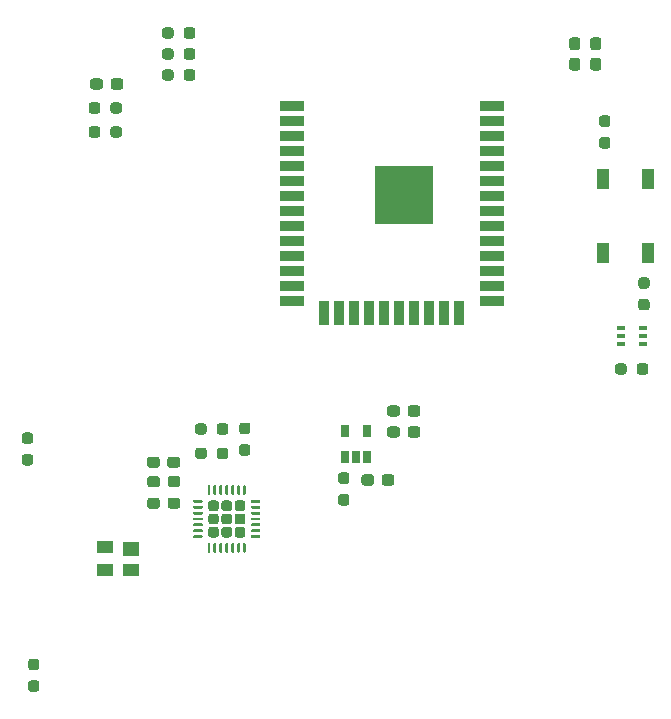
<source format=gbr>
G04 #@! TF.GenerationSoftware,KiCad,Pcbnew,(5.1.9-0-10_14)*
G04 #@! TF.CreationDate,2021-03-12T15:28:23+00:00*
G04 #@! TF.ProjectId,mqttDisplay,6d717474-4469-4737-906c-61792e6b6963,rev?*
G04 #@! TF.SameCoordinates,Original*
G04 #@! TF.FileFunction,Paste,Bot*
G04 #@! TF.FilePolarity,Positive*
%FSLAX46Y46*%
G04 Gerber Fmt 4.6, Leading zero omitted, Abs format (unit mm)*
G04 Created by KiCad (PCBNEW (5.1.9-0-10_14)) date 2021-03-12 15:28:23*
%MOMM*%
%LPD*%
G01*
G04 APERTURE LIST*
%ADD10R,0.650000X1.060000*%
%ADD11R,2.000000X0.900000*%
%ADD12R,0.900000X2.000000*%
%ADD13R,5.000000X5.000000*%
%ADD14R,1.000000X1.700000*%
%ADD15R,0.650000X0.400000*%
%ADD16R,1.400000X1.000000*%
%ADD17R,1.400000X1.200000*%
G04 APERTURE END LIST*
G36*
G01*
X75128000Y-85128500D02*
X75128000Y-85003500D01*
G75*
G02*
X75190500Y-84941000I62500J0D01*
G01*
X75865500Y-84941000D01*
G75*
G02*
X75928000Y-85003500I0J-62500D01*
G01*
X75928000Y-85128500D01*
G75*
G02*
X75865500Y-85191000I-62500J0D01*
G01*
X75190500Y-85191000D01*
G75*
G02*
X75128000Y-85128500I0J62500D01*
G01*
G37*
G36*
G01*
X75128000Y-84628500D02*
X75128000Y-84503500D01*
G75*
G02*
X75190500Y-84441000I62500J0D01*
G01*
X75865500Y-84441000D01*
G75*
G02*
X75928000Y-84503500I0J-62500D01*
G01*
X75928000Y-84628500D01*
G75*
G02*
X75865500Y-84691000I-62500J0D01*
G01*
X75190500Y-84691000D01*
G75*
G02*
X75128000Y-84628500I0J62500D01*
G01*
G37*
G36*
G01*
X75128000Y-84128500D02*
X75128000Y-84003500D01*
G75*
G02*
X75190500Y-83941000I62500J0D01*
G01*
X75865500Y-83941000D01*
G75*
G02*
X75928000Y-84003500I0J-62500D01*
G01*
X75928000Y-84128500D01*
G75*
G02*
X75865500Y-84191000I-62500J0D01*
G01*
X75190500Y-84191000D01*
G75*
G02*
X75128000Y-84128500I0J62500D01*
G01*
G37*
G36*
G01*
X75128000Y-83628500D02*
X75128000Y-83503500D01*
G75*
G02*
X75190500Y-83441000I62500J0D01*
G01*
X75865500Y-83441000D01*
G75*
G02*
X75928000Y-83503500I0J-62500D01*
G01*
X75928000Y-83628500D01*
G75*
G02*
X75865500Y-83691000I-62500J0D01*
G01*
X75190500Y-83691000D01*
G75*
G02*
X75128000Y-83628500I0J62500D01*
G01*
G37*
G36*
G01*
X75128000Y-83128500D02*
X75128000Y-83003500D01*
G75*
G02*
X75190500Y-82941000I62500J0D01*
G01*
X75865500Y-82941000D01*
G75*
G02*
X75928000Y-83003500I0J-62500D01*
G01*
X75928000Y-83128500D01*
G75*
G02*
X75865500Y-83191000I-62500J0D01*
G01*
X75190500Y-83191000D01*
G75*
G02*
X75128000Y-83128500I0J62500D01*
G01*
G37*
G36*
G01*
X75128000Y-82628500D02*
X75128000Y-82503500D01*
G75*
G02*
X75190500Y-82441000I62500J0D01*
G01*
X75865500Y-82441000D01*
G75*
G02*
X75928000Y-82503500I0J-62500D01*
G01*
X75928000Y-82628500D01*
G75*
G02*
X75865500Y-82691000I-62500J0D01*
G01*
X75190500Y-82691000D01*
G75*
G02*
X75128000Y-82628500I0J62500D01*
G01*
G37*
G36*
G01*
X75128000Y-82128500D02*
X75128000Y-82003500D01*
G75*
G02*
X75190500Y-81941000I62500J0D01*
G01*
X75865500Y-81941000D01*
G75*
G02*
X75928000Y-82003500I0J-62500D01*
G01*
X75928000Y-82128500D01*
G75*
G02*
X75865500Y-82191000I-62500J0D01*
G01*
X75190500Y-82191000D01*
G75*
G02*
X75128000Y-82128500I0J62500D01*
G01*
G37*
G36*
G01*
X76353000Y-81453500D02*
X76353000Y-80778500D01*
G75*
G02*
X76415500Y-80716000I62500J0D01*
G01*
X76540500Y-80716000D01*
G75*
G02*
X76603000Y-80778500I0J-62500D01*
G01*
X76603000Y-81453500D01*
G75*
G02*
X76540500Y-81516000I-62500J0D01*
G01*
X76415500Y-81516000D01*
G75*
G02*
X76353000Y-81453500I0J62500D01*
G01*
G37*
G36*
G01*
X76853000Y-81453500D02*
X76853000Y-80778500D01*
G75*
G02*
X76915500Y-80716000I62500J0D01*
G01*
X77040500Y-80716000D01*
G75*
G02*
X77103000Y-80778500I0J-62500D01*
G01*
X77103000Y-81453500D01*
G75*
G02*
X77040500Y-81516000I-62500J0D01*
G01*
X76915500Y-81516000D01*
G75*
G02*
X76853000Y-81453500I0J62500D01*
G01*
G37*
G36*
G01*
X77353000Y-81453500D02*
X77353000Y-80778500D01*
G75*
G02*
X77415500Y-80716000I62500J0D01*
G01*
X77540500Y-80716000D01*
G75*
G02*
X77603000Y-80778500I0J-62500D01*
G01*
X77603000Y-81453500D01*
G75*
G02*
X77540500Y-81516000I-62500J0D01*
G01*
X77415500Y-81516000D01*
G75*
G02*
X77353000Y-81453500I0J62500D01*
G01*
G37*
G36*
G01*
X77853000Y-81453500D02*
X77853000Y-80778500D01*
G75*
G02*
X77915500Y-80716000I62500J0D01*
G01*
X78040500Y-80716000D01*
G75*
G02*
X78103000Y-80778500I0J-62500D01*
G01*
X78103000Y-81453500D01*
G75*
G02*
X78040500Y-81516000I-62500J0D01*
G01*
X77915500Y-81516000D01*
G75*
G02*
X77853000Y-81453500I0J62500D01*
G01*
G37*
G36*
G01*
X78353000Y-81453500D02*
X78353000Y-80778500D01*
G75*
G02*
X78415500Y-80716000I62500J0D01*
G01*
X78540500Y-80716000D01*
G75*
G02*
X78603000Y-80778500I0J-62500D01*
G01*
X78603000Y-81453500D01*
G75*
G02*
X78540500Y-81516000I-62500J0D01*
G01*
X78415500Y-81516000D01*
G75*
G02*
X78353000Y-81453500I0J62500D01*
G01*
G37*
G36*
G01*
X78853000Y-81453500D02*
X78853000Y-80778500D01*
G75*
G02*
X78915500Y-80716000I62500J0D01*
G01*
X79040500Y-80716000D01*
G75*
G02*
X79103000Y-80778500I0J-62500D01*
G01*
X79103000Y-81453500D01*
G75*
G02*
X79040500Y-81516000I-62500J0D01*
G01*
X78915500Y-81516000D01*
G75*
G02*
X78853000Y-81453500I0J62500D01*
G01*
G37*
G36*
G01*
X79353000Y-81453500D02*
X79353000Y-80778500D01*
G75*
G02*
X79415500Y-80716000I62500J0D01*
G01*
X79540500Y-80716000D01*
G75*
G02*
X79603000Y-80778500I0J-62500D01*
G01*
X79603000Y-81453500D01*
G75*
G02*
X79540500Y-81516000I-62500J0D01*
G01*
X79415500Y-81516000D01*
G75*
G02*
X79353000Y-81453500I0J62500D01*
G01*
G37*
G36*
G01*
X80028000Y-82128500D02*
X80028000Y-82003500D01*
G75*
G02*
X80090500Y-81941000I62500J0D01*
G01*
X80765500Y-81941000D01*
G75*
G02*
X80828000Y-82003500I0J-62500D01*
G01*
X80828000Y-82128500D01*
G75*
G02*
X80765500Y-82191000I-62500J0D01*
G01*
X80090500Y-82191000D01*
G75*
G02*
X80028000Y-82128500I0J62500D01*
G01*
G37*
G36*
G01*
X80028000Y-82628500D02*
X80028000Y-82503500D01*
G75*
G02*
X80090500Y-82441000I62500J0D01*
G01*
X80765500Y-82441000D01*
G75*
G02*
X80828000Y-82503500I0J-62500D01*
G01*
X80828000Y-82628500D01*
G75*
G02*
X80765500Y-82691000I-62500J0D01*
G01*
X80090500Y-82691000D01*
G75*
G02*
X80028000Y-82628500I0J62500D01*
G01*
G37*
G36*
G01*
X80028000Y-83128500D02*
X80028000Y-83003500D01*
G75*
G02*
X80090500Y-82941000I62500J0D01*
G01*
X80765500Y-82941000D01*
G75*
G02*
X80828000Y-83003500I0J-62500D01*
G01*
X80828000Y-83128500D01*
G75*
G02*
X80765500Y-83191000I-62500J0D01*
G01*
X80090500Y-83191000D01*
G75*
G02*
X80028000Y-83128500I0J62500D01*
G01*
G37*
G36*
G01*
X80028000Y-83628500D02*
X80028000Y-83503500D01*
G75*
G02*
X80090500Y-83441000I62500J0D01*
G01*
X80765500Y-83441000D01*
G75*
G02*
X80828000Y-83503500I0J-62500D01*
G01*
X80828000Y-83628500D01*
G75*
G02*
X80765500Y-83691000I-62500J0D01*
G01*
X80090500Y-83691000D01*
G75*
G02*
X80028000Y-83628500I0J62500D01*
G01*
G37*
G36*
G01*
X80028000Y-84128500D02*
X80028000Y-84003500D01*
G75*
G02*
X80090500Y-83941000I62500J0D01*
G01*
X80765500Y-83941000D01*
G75*
G02*
X80828000Y-84003500I0J-62500D01*
G01*
X80828000Y-84128500D01*
G75*
G02*
X80765500Y-84191000I-62500J0D01*
G01*
X80090500Y-84191000D01*
G75*
G02*
X80028000Y-84128500I0J62500D01*
G01*
G37*
G36*
G01*
X80028000Y-84628500D02*
X80028000Y-84503500D01*
G75*
G02*
X80090500Y-84441000I62500J0D01*
G01*
X80765500Y-84441000D01*
G75*
G02*
X80828000Y-84503500I0J-62500D01*
G01*
X80828000Y-84628500D01*
G75*
G02*
X80765500Y-84691000I-62500J0D01*
G01*
X80090500Y-84691000D01*
G75*
G02*
X80028000Y-84628500I0J62500D01*
G01*
G37*
G36*
G01*
X80028000Y-85128500D02*
X80028000Y-85003500D01*
G75*
G02*
X80090500Y-84941000I62500J0D01*
G01*
X80765500Y-84941000D01*
G75*
G02*
X80828000Y-85003500I0J-62500D01*
G01*
X80828000Y-85128500D01*
G75*
G02*
X80765500Y-85191000I-62500J0D01*
G01*
X80090500Y-85191000D01*
G75*
G02*
X80028000Y-85128500I0J62500D01*
G01*
G37*
G36*
G01*
X79353000Y-86353500D02*
X79353000Y-85678500D01*
G75*
G02*
X79415500Y-85616000I62500J0D01*
G01*
X79540500Y-85616000D01*
G75*
G02*
X79603000Y-85678500I0J-62500D01*
G01*
X79603000Y-86353500D01*
G75*
G02*
X79540500Y-86416000I-62500J0D01*
G01*
X79415500Y-86416000D01*
G75*
G02*
X79353000Y-86353500I0J62500D01*
G01*
G37*
G36*
G01*
X78853000Y-86353500D02*
X78853000Y-85678500D01*
G75*
G02*
X78915500Y-85616000I62500J0D01*
G01*
X79040500Y-85616000D01*
G75*
G02*
X79103000Y-85678500I0J-62500D01*
G01*
X79103000Y-86353500D01*
G75*
G02*
X79040500Y-86416000I-62500J0D01*
G01*
X78915500Y-86416000D01*
G75*
G02*
X78853000Y-86353500I0J62500D01*
G01*
G37*
G36*
G01*
X78353000Y-86353500D02*
X78353000Y-85678500D01*
G75*
G02*
X78415500Y-85616000I62500J0D01*
G01*
X78540500Y-85616000D01*
G75*
G02*
X78603000Y-85678500I0J-62500D01*
G01*
X78603000Y-86353500D01*
G75*
G02*
X78540500Y-86416000I-62500J0D01*
G01*
X78415500Y-86416000D01*
G75*
G02*
X78353000Y-86353500I0J62500D01*
G01*
G37*
G36*
G01*
X77853000Y-86353500D02*
X77853000Y-85678500D01*
G75*
G02*
X77915500Y-85616000I62500J0D01*
G01*
X78040500Y-85616000D01*
G75*
G02*
X78103000Y-85678500I0J-62500D01*
G01*
X78103000Y-86353500D01*
G75*
G02*
X78040500Y-86416000I-62500J0D01*
G01*
X77915500Y-86416000D01*
G75*
G02*
X77853000Y-86353500I0J62500D01*
G01*
G37*
G36*
G01*
X77353000Y-86353500D02*
X77353000Y-85678500D01*
G75*
G02*
X77415500Y-85616000I62500J0D01*
G01*
X77540500Y-85616000D01*
G75*
G02*
X77603000Y-85678500I0J-62500D01*
G01*
X77603000Y-86353500D01*
G75*
G02*
X77540500Y-86416000I-62500J0D01*
G01*
X77415500Y-86416000D01*
G75*
G02*
X77353000Y-86353500I0J62500D01*
G01*
G37*
G36*
G01*
X76853000Y-86353500D02*
X76853000Y-85678500D01*
G75*
G02*
X76915500Y-85616000I62500J0D01*
G01*
X77040500Y-85616000D01*
G75*
G02*
X77103000Y-85678500I0J-62500D01*
G01*
X77103000Y-86353500D01*
G75*
G02*
X77040500Y-86416000I-62500J0D01*
G01*
X76915500Y-86416000D01*
G75*
G02*
X76853000Y-86353500I0J62500D01*
G01*
G37*
G36*
G01*
X76353000Y-86353500D02*
X76353000Y-85678500D01*
G75*
G02*
X76415500Y-85616000I62500J0D01*
G01*
X76540500Y-85616000D01*
G75*
G02*
X76603000Y-85678500I0J-62500D01*
G01*
X76603000Y-86353500D01*
G75*
G02*
X76540500Y-86416000I-62500J0D01*
G01*
X76415500Y-86416000D01*
G75*
G02*
X76353000Y-86353500I0J62500D01*
G01*
G37*
G36*
G01*
X76408000Y-84911000D02*
X76408000Y-84461000D01*
G75*
G02*
X76633000Y-84236000I225000J0D01*
G01*
X77083000Y-84236000D01*
G75*
G02*
X77308000Y-84461000I0J-225000D01*
G01*
X77308000Y-84911000D01*
G75*
G02*
X77083000Y-85136000I-225000J0D01*
G01*
X76633000Y-85136000D01*
G75*
G02*
X76408000Y-84911000I0J225000D01*
G01*
G37*
G36*
G01*
X76408000Y-83791000D02*
X76408000Y-83341000D01*
G75*
G02*
X76633000Y-83116000I225000J0D01*
G01*
X77083000Y-83116000D01*
G75*
G02*
X77308000Y-83341000I0J-225000D01*
G01*
X77308000Y-83791000D01*
G75*
G02*
X77083000Y-84016000I-225000J0D01*
G01*
X76633000Y-84016000D01*
G75*
G02*
X76408000Y-83791000I0J225000D01*
G01*
G37*
G36*
G01*
X76408000Y-82671000D02*
X76408000Y-82221000D01*
G75*
G02*
X76633000Y-81996000I225000J0D01*
G01*
X77083000Y-81996000D01*
G75*
G02*
X77308000Y-82221000I0J-225000D01*
G01*
X77308000Y-82671000D01*
G75*
G02*
X77083000Y-82896000I-225000J0D01*
G01*
X76633000Y-82896000D01*
G75*
G02*
X76408000Y-82671000I0J225000D01*
G01*
G37*
G36*
G01*
X77528000Y-84911000D02*
X77528000Y-84461000D01*
G75*
G02*
X77753000Y-84236000I225000J0D01*
G01*
X78203000Y-84236000D01*
G75*
G02*
X78428000Y-84461000I0J-225000D01*
G01*
X78428000Y-84911000D01*
G75*
G02*
X78203000Y-85136000I-225000J0D01*
G01*
X77753000Y-85136000D01*
G75*
G02*
X77528000Y-84911000I0J225000D01*
G01*
G37*
G36*
G01*
X77528000Y-83791000D02*
X77528000Y-83341000D01*
G75*
G02*
X77753000Y-83116000I225000J0D01*
G01*
X78203000Y-83116000D01*
G75*
G02*
X78428000Y-83341000I0J-225000D01*
G01*
X78428000Y-83791000D01*
G75*
G02*
X78203000Y-84016000I-225000J0D01*
G01*
X77753000Y-84016000D01*
G75*
G02*
X77528000Y-83791000I0J225000D01*
G01*
G37*
G36*
G01*
X77528000Y-82671000D02*
X77528000Y-82221000D01*
G75*
G02*
X77753000Y-81996000I225000J0D01*
G01*
X78203000Y-81996000D01*
G75*
G02*
X78428000Y-82221000I0J-225000D01*
G01*
X78428000Y-82671000D01*
G75*
G02*
X78203000Y-82896000I-225000J0D01*
G01*
X77753000Y-82896000D01*
G75*
G02*
X77528000Y-82671000I0J225000D01*
G01*
G37*
G36*
G01*
X78648000Y-84911000D02*
X78648000Y-84461000D01*
G75*
G02*
X78873000Y-84236000I225000J0D01*
G01*
X79323000Y-84236000D01*
G75*
G02*
X79548000Y-84461000I0J-225000D01*
G01*
X79548000Y-84911000D01*
G75*
G02*
X79323000Y-85136000I-225000J0D01*
G01*
X78873000Y-85136000D01*
G75*
G02*
X78648000Y-84911000I0J225000D01*
G01*
G37*
G36*
G01*
X78648000Y-83791000D02*
X78648000Y-83341000D01*
G75*
G02*
X78873000Y-83116000I225000J0D01*
G01*
X79323000Y-83116000D01*
G75*
G02*
X79548000Y-83341000I0J-225000D01*
G01*
X79548000Y-83791000D01*
G75*
G02*
X79323000Y-84016000I-225000J0D01*
G01*
X78873000Y-84016000D01*
G75*
G02*
X78648000Y-83791000I0J225000D01*
G01*
G37*
G36*
G01*
X78648000Y-82671000D02*
X78648000Y-82221000D01*
G75*
G02*
X78873000Y-81996000I225000J0D01*
G01*
X79323000Y-81996000D01*
G75*
G02*
X79548000Y-82221000I0J-225000D01*
G01*
X79548000Y-82671000D01*
G75*
G02*
X79323000Y-82896000I-225000J0D01*
G01*
X78873000Y-82896000D01*
G75*
G02*
X78648000Y-82671000I0J225000D01*
G01*
G37*
D10*
X89850000Y-76116000D03*
X87950000Y-76116000D03*
X87950000Y-78316000D03*
X88900000Y-78316000D03*
X89850000Y-78316000D03*
D11*
X83464000Y-48634000D03*
X83464000Y-49904000D03*
X83464000Y-51174000D03*
X83464000Y-52444000D03*
X83464000Y-53714000D03*
X83464000Y-54984000D03*
X83464000Y-56254000D03*
X83464000Y-57524000D03*
X83464000Y-58794000D03*
X83464000Y-60064000D03*
X83464000Y-61334000D03*
X83464000Y-62604000D03*
X83464000Y-63874000D03*
X83464000Y-65144000D03*
D12*
X86249000Y-66144000D03*
X87519000Y-66144000D03*
X88789000Y-66144000D03*
X90059000Y-66144000D03*
X91329000Y-66144000D03*
X92599000Y-66144000D03*
X93869000Y-66144000D03*
X95139000Y-66144000D03*
X96409000Y-66144000D03*
X97679000Y-66144000D03*
D11*
X100464000Y-65144000D03*
X100464000Y-63874000D03*
X100464000Y-62604000D03*
X100464000Y-61334000D03*
X100464000Y-60064000D03*
X100464000Y-58794000D03*
X100464000Y-57524000D03*
X100464000Y-56254000D03*
X100464000Y-54984000D03*
X100464000Y-53714000D03*
X100464000Y-52444000D03*
X100464000Y-51174000D03*
X100464000Y-49904000D03*
X100464000Y-48634000D03*
D13*
X92964000Y-56134000D03*
D14*
X113660000Y-61062000D03*
X113660000Y-54762000D03*
X109860000Y-61062000D03*
X109860000Y-54762000D03*
G36*
G01*
X76285000Y-77772500D02*
X76285000Y-78247500D01*
G75*
G02*
X76047500Y-78485000I-237500J0D01*
G01*
X75547500Y-78485000D01*
G75*
G02*
X75310000Y-78247500I0J237500D01*
G01*
X75310000Y-77772500D01*
G75*
G02*
X75547500Y-77535000I237500J0D01*
G01*
X76047500Y-77535000D01*
G75*
G02*
X76285000Y-77772500I0J-237500D01*
G01*
G37*
G36*
G01*
X78110000Y-77772500D02*
X78110000Y-78247500D01*
G75*
G02*
X77872500Y-78485000I-237500J0D01*
G01*
X77372500Y-78485000D01*
G75*
G02*
X77135000Y-78247500I0J237500D01*
G01*
X77135000Y-77772500D01*
G75*
G02*
X77372500Y-77535000I237500J0D01*
G01*
X77872500Y-77535000D01*
G75*
G02*
X78110000Y-77772500I0J-237500D01*
G01*
G37*
G36*
G01*
X76283000Y-75708500D02*
X76283000Y-76183500D01*
G75*
G02*
X76045500Y-76421000I-237500J0D01*
G01*
X75545500Y-76421000D01*
G75*
G02*
X75308000Y-76183500I0J237500D01*
G01*
X75308000Y-75708500D01*
G75*
G02*
X75545500Y-75471000I237500J0D01*
G01*
X76045500Y-75471000D01*
G75*
G02*
X76283000Y-75708500I0J-237500D01*
G01*
G37*
G36*
G01*
X78108000Y-75708500D02*
X78108000Y-76183500D01*
G75*
G02*
X77870500Y-76421000I-237500J0D01*
G01*
X77370500Y-76421000D01*
G75*
G02*
X77133000Y-76183500I0J237500D01*
G01*
X77133000Y-75708500D01*
G75*
G02*
X77370500Y-75471000I237500J0D01*
G01*
X77870500Y-75471000D01*
G75*
G02*
X78108000Y-75708500I0J-237500D01*
G01*
G37*
G36*
G01*
X73489000Y-42180500D02*
X73489000Y-42655500D01*
G75*
G02*
X73251500Y-42893000I-237500J0D01*
G01*
X72751500Y-42893000D01*
G75*
G02*
X72514000Y-42655500I0J237500D01*
G01*
X72514000Y-42180500D01*
G75*
G02*
X72751500Y-41943000I237500J0D01*
G01*
X73251500Y-41943000D01*
G75*
G02*
X73489000Y-42180500I0J-237500D01*
G01*
G37*
G36*
G01*
X75314000Y-42180500D02*
X75314000Y-42655500D01*
G75*
G02*
X75076500Y-42893000I-237500J0D01*
G01*
X74576500Y-42893000D01*
G75*
G02*
X74339000Y-42655500I0J237500D01*
G01*
X74339000Y-42180500D01*
G75*
G02*
X74576500Y-41943000I237500J0D01*
G01*
X75076500Y-41943000D01*
G75*
G02*
X75314000Y-42180500I0J-237500D01*
G01*
G37*
G36*
G01*
X73489000Y-45736500D02*
X73489000Y-46211500D01*
G75*
G02*
X73251500Y-46449000I-237500J0D01*
G01*
X72751500Y-46449000D01*
G75*
G02*
X72514000Y-46211500I0J237500D01*
G01*
X72514000Y-45736500D01*
G75*
G02*
X72751500Y-45499000I237500J0D01*
G01*
X73251500Y-45499000D01*
G75*
G02*
X73489000Y-45736500I0J-237500D01*
G01*
G37*
G36*
G01*
X75314000Y-45736500D02*
X75314000Y-46211500D01*
G75*
G02*
X75076500Y-46449000I-237500J0D01*
G01*
X74576500Y-46449000D01*
G75*
G02*
X74339000Y-46211500I0J237500D01*
G01*
X74339000Y-45736500D01*
G75*
G02*
X74576500Y-45499000I237500J0D01*
G01*
X75076500Y-45499000D01*
G75*
G02*
X75314000Y-45736500I0J-237500D01*
G01*
G37*
G36*
G01*
X73489000Y-43958500D02*
X73489000Y-44433500D01*
G75*
G02*
X73251500Y-44671000I-237500J0D01*
G01*
X72751500Y-44671000D01*
G75*
G02*
X72514000Y-44433500I0J237500D01*
G01*
X72514000Y-43958500D01*
G75*
G02*
X72751500Y-43721000I237500J0D01*
G01*
X73251500Y-43721000D01*
G75*
G02*
X73489000Y-43958500I0J-237500D01*
G01*
G37*
G36*
G01*
X75314000Y-43958500D02*
X75314000Y-44433500D01*
G75*
G02*
X75076500Y-44671000I-237500J0D01*
G01*
X74576500Y-44671000D01*
G75*
G02*
X74339000Y-44433500I0J237500D01*
G01*
X74339000Y-43958500D01*
G75*
G02*
X74576500Y-43721000I237500J0D01*
G01*
X75076500Y-43721000D01*
G75*
G02*
X75314000Y-43958500I0J-237500D01*
G01*
G37*
G36*
G01*
X87646500Y-81451000D02*
X88121500Y-81451000D01*
G75*
G02*
X88359000Y-81688500I0J-237500D01*
G01*
X88359000Y-82188500D01*
G75*
G02*
X88121500Y-82426000I-237500J0D01*
G01*
X87646500Y-82426000D01*
G75*
G02*
X87409000Y-82188500I0J237500D01*
G01*
X87409000Y-81688500D01*
G75*
G02*
X87646500Y-81451000I237500J0D01*
G01*
G37*
G36*
G01*
X87646500Y-79626000D02*
X88121500Y-79626000D01*
G75*
G02*
X88359000Y-79863500I0J-237500D01*
G01*
X88359000Y-80363500D01*
G75*
G02*
X88121500Y-80601000I-237500J0D01*
G01*
X87646500Y-80601000D01*
G75*
G02*
X87409000Y-80363500I0J237500D01*
G01*
X87409000Y-79863500D01*
G75*
G02*
X87646500Y-79626000I237500J0D01*
G01*
G37*
G36*
G01*
X60872500Y-78065000D02*
X61347500Y-78065000D01*
G75*
G02*
X61585000Y-78302500I0J-237500D01*
G01*
X61585000Y-78802500D01*
G75*
G02*
X61347500Y-79040000I-237500J0D01*
G01*
X60872500Y-79040000D01*
G75*
G02*
X60635000Y-78802500I0J237500D01*
G01*
X60635000Y-78302500D01*
G75*
G02*
X60872500Y-78065000I237500J0D01*
G01*
G37*
G36*
G01*
X60872500Y-76240000D02*
X61347500Y-76240000D01*
G75*
G02*
X61585000Y-76477500I0J-237500D01*
G01*
X61585000Y-76977500D01*
G75*
G02*
X61347500Y-77215000I-237500J0D01*
G01*
X60872500Y-77215000D01*
G75*
G02*
X60635000Y-76977500I0J237500D01*
G01*
X60635000Y-76477500D01*
G75*
G02*
X60872500Y-76240000I237500J0D01*
G01*
G37*
G36*
G01*
X79264500Y-77236500D02*
X79739500Y-77236500D01*
G75*
G02*
X79977000Y-77474000I0J-237500D01*
G01*
X79977000Y-77974000D01*
G75*
G02*
X79739500Y-78211500I-237500J0D01*
G01*
X79264500Y-78211500D01*
G75*
G02*
X79027000Y-77974000I0J237500D01*
G01*
X79027000Y-77474000D01*
G75*
G02*
X79264500Y-77236500I237500J0D01*
G01*
G37*
G36*
G01*
X79264500Y-75411500D02*
X79739500Y-75411500D01*
G75*
G02*
X79977000Y-75649000I0J-237500D01*
G01*
X79977000Y-76149000D01*
G75*
G02*
X79739500Y-76386500I-237500J0D01*
G01*
X79264500Y-76386500D01*
G75*
G02*
X79027000Y-76149000I0J237500D01*
G01*
X79027000Y-75649000D01*
G75*
G02*
X79264500Y-75411500I237500J0D01*
G01*
G37*
G36*
G01*
X61877500Y-96375000D02*
X61402500Y-96375000D01*
G75*
G02*
X61165000Y-96137500I0J237500D01*
G01*
X61165000Y-95637500D01*
G75*
G02*
X61402500Y-95400000I237500J0D01*
G01*
X61877500Y-95400000D01*
G75*
G02*
X62115000Y-95637500I0J-237500D01*
G01*
X62115000Y-96137500D01*
G75*
G02*
X61877500Y-96375000I-237500J0D01*
G01*
G37*
G36*
G01*
X61877500Y-98200000D02*
X61402500Y-98200000D01*
G75*
G02*
X61165000Y-97962500I0J237500D01*
G01*
X61165000Y-97462500D01*
G75*
G02*
X61402500Y-97225000I237500J0D01*
G01*
X61877500Y-97225000D01*
G75*
G02*
X62115000Y-97462500I0J-237500D01*
G01*
X62115000Y-97962500D01*
G75*
G02*
X61877500Y-98200000I-237500J0D01*
G01*
G37*
G36*
G01*
X109744500Y-51225000D02*
X110219500Y-51225000D01*
G75*
G02*
X110457000Y-51462500I0J-237500D01*
G01*
X110457000Y-51962500D01*
G75*
G02*
X110219500Y-52200000I-237500J0D01*
G01*
X109744500Y-52200000D01*
G75*
G02*
X109507000Y-51962500I0J237500D01*
G01*
X109507000Y-51462500D01*
G75*
G02*
X109744500Y-51225000I237500J0D01*
G01*
G37*
G36*
G01*
X109744500Y-49400000D02*
X110219500Y-49400000D01*
G75*
G02*
X110457000Y-49637500I0J-237500D01*
G01*
X110457000Y-50137500D01*
G75*
G02*
X110219500Y-50375000I-237500J0D01*
G01*
X109744500Y-50375000D01*
G75*
G02*
X109507000Y-50137500I0J237500D01*
G01*
X109507000Y-49637500D01*
G75*
G02*
X109744500Y-49400000I237500J0D01*
G01*
G37*
G36*
G01*
X113062500Y-64925000D02*
X113537500Y-64925000D01*
G75*
G02*
X113775000Y-65162500I0J-237500D01*
G01*
X113775000Y-65662500D01*
G75*
G02*
X113537500Y-65900000I-237500J0D01*
G01*
X113062500Y-65900000D01*
G75*
G02*
X112825000Y-65662500I0J237500D01*
G01*
X112825000Y-65162500D01*
G75*
G02*
X113062500Y-64925000I237500J0D01*
G01*
G37*
G36*
G01*
X113062500Y-63100000D02*
X113537500Y-63100000D01*
G75*
G02*
X113775000Y-63337500I0J-237500D01*
G01*
X113775000Y-63837500D01*
G75*
G02*
X113537500Y-64075000I-237500J0D01*
G01*
X113062500Y-64075000D01*
G75*
G02*
X112825000Y-63837500I0J237500D01*
G01*
X112825000Y-63337500D01*
G75*
G02*
X113062500Y-63100000I237500J0D01*
G01*
G37*
G36*
G01*
X111843000Y-70628500D02*
X111843000Y-71103500D01*
G75*
G02*
X111605500Y-71341000I-237500J0D01*
G01*
X111105500Y-71341000D01*
G75*
G02*
X110868000Y-71103500I0J237500D01*
G01*
X110868000Y-70628500D01*
G75*
G02*
X111105500Y-70391000I237500J0D01*
G01*
X111605500Y-70391000D01*
G75*
G02*
X111843000Y-70628500I0J-237500D01*
G01*
G37*
G36*
G01*
X113668000Y-70628500D02*
X113668000Y-71103500D01*
G75*
G02*
X113430500Y-71341000I-237500J0D01*
G01*
X112930500Y-71341000D01*
G75*
G02*
X112693000Y-71103500I0J237500D01*
G01*
X112693000Y-70628500D01*
G75*
G02*
X112930500Y-70391000I237500J0D01*
G01*
X113430500Y-70391000D01*
G75*
G02*
X113668000Y-70628500I0J-237500D01*
G01*
G37*
G36*
G01*
X68120001Y-49005500D02*
X68120001Y-48530500D01*
G75*
G02*
X68357501Y-48293000I237500J0D01*
G01*
X68857501Y-48293000D01*
G75*
G02*
X69095001Y-48530500I0J-237500D01*
G01*
X69095001Y-49005500D01*
G75*
G02*
X68857501Y-49243000I-237500J0D01*
G01*
X68357501Y-49243000D01*
G75*
G02*
X68120001Y-49005500I0J237500D01*
G01*
G37*
G36*
G01*
X66295001Y-49005500D02*
X66295001Y-48530500D01*
G75*
G02*
X66532501Y-48293000I237500J0D01*
G01*
X67032501Y-48293000D01*
G75*
G02*
X67270001Y-48530500I0J-237500D01*
G01*
X67270001Y-49005500D01*
G75*
G02*
X67032501Y-49243000I-237500J0D01*
G01*
X66532501Y-49243000D01*
G75*
G02*
X66295001Y-49005500I0J237500D01*
G01*
G37*
G36*
G01*
X68120001Y-51037500D02*
X68120001Y-50562500D01*
G75*
G02*
X68357501Y-50325000I237500J0D01*
G01*
X68857501Y-50325000D01*
G75*
G02*
X69095001Y-50562500I0J-237500D01*
G01*
X69095001Y-51037500D01*
G75*
G02*
X68857501Y-51275000I-237500J0D01*
G01*
X68357501Y-51275000D01*
G75*
G02*
X68120001Y-51037500I0J237500D01*
G01*
G37*
G36*
G01*
X66295001Y-51037500D02*
X66295001Y-50562500D01*
G75*
G02*
X66532501Y-50325000I237500J0D01*
G01*
X67032501Y-50325000D01*
G75*
G02*
X67270001Y-50562500I0J-237500D01*
G01*
X67270001Y-51037500D01*
G75*
G02*
X67032501Y-51275000I-237500J0D01*
G01*
X66532501Y-51275000D01*
G75*
G02*
X66295001Y-51037500I0J237500D01*
G01*
G37*
D15*
X111318000Y-67422000D03*
X111318000Y-68722000D03*
X113218000Y-68072000D03*
X111318000Y-68072000D03*
X113218000Y-68722000D03*
X113218000Y-67422000D03*
D16*
X67630000Y-85950000D03*
X67630000Y-87850000D03*
X69830000Y-87850000D03*
D17*
X69830000Y-86130000D03*
G36*
G01*
X68143000Y-46973500D02*
X68143000Y-46498500D01*
G75*
G02*
X68380500Y-46261000I237500J0D01*
G01*
X68980500Y-46261000D01*
G75*
G02*
X69218000Y-46498500I0J-237500D01*
G01*
X69218000Y-46973500D01*
G75*
G02*
X68980500Y-47211000I-237500J0D01*
G01*
X68380500Y-47211000D01*
G75*
G02*
X68143000Y-46973500I0J237500D01*
G01*
G37*
G36*
G01*
X66418000Y-46973500D02*
X66418000Y-46498500D01*
G75*
G02*
X66655500Y-46261000I237500J0D01*
G01*
X67255500Y-46261000D01*
G75*
G02*
X67493000Y-46498500I0J-237500D01*
G01*
X67493000Y-46973500D01*
G75*
G02*
X67255500Y-47211000I-237500J0D01*
G01*
X66655500Y-47211000D01*
G75*
G02*
X66418000Y-46973500I0J237500D01*
G01*
G37*
G36*
G01*
X107679500Y-43871000D02*
X107204500Y-43871000D01*
G75*
G02*
X106967000Y-43633500I0J237500D01*
G01*
X106967000Y-43033500D01*
G75*
G02*
X107204500Y-42796000I237500J0D01*
G01*
X107679500Y-42796000D01*
G75*
G02*
X107917000Y-43033500I0J-237500D01*
G01*
X107917000Y-43633500D01*
G75*
G02*
X107679500Y-43871000I-237500J0D01*
G01*
G37*
G36*
G01*
X107679500Y-45596000D02*
X107204500Y-45596000D01*
G75*
G02*
X106967000Y-45358500I0J237500D01*
G01*
X106967000Y-44758500D01*
G75*
G02*
X107204500Y-44521000I237500J0D01*
G01*
X107679500Y-44521000D01*
G75*
G02*
X107917000Y-44758500I0J-237500D01*
G01*
X107917000Y-45358500D01*
G75*
G02*
X107679500Y-45596000I-237500J0D01*
G01*
G37*
G36*
G01*
X109457500Y-43871000D02*
X108982500Y-43871000D01*
G75*
G02*
X108745000Y-43633500I0J237500D01*
G01*
X108745000Y-43033500D01*
G75*
G02*
X108982500Y-42796000I237500J0D01*
G01*
X109457500Y-42796000D01*
G75*
G02*
X109695000Y-43033500I0J-237500D01*
G01*
X109695000Y-43633500D01*
G75*
G02*
X109457500Y-43871000I-237500J0D01*
G01*
G37*
G36*
G01*
X109457500Y-45596000D02*
X108982500Y-45596000D01*
G75*
G02*
X108745000Y-45358500I0J237500D01*
G01*
X108745000Y-44758500D01*
G75*
G02*
X108982500Y-44521000I237500J0D01*
G01*
X109457500Y-44521000D01*
G75*
G02*
X109695000Y-44758500I0J-237500D01*
G01*
X109695000Y-45358500D01*
G75*
G02*
X109457500Y-45596000I-237500J0D01*
G01*
G37*
G36*
G01*
X93289000Y-74659500D02*
X93289000Y-74184500D01*
G75*
G02*
X93526500Y-73947000I237500J0D01*
G01*
X94126500Y-73947000D01*
G75*
G02*
X94364000Y-74184500I0J-237500D01*
G01*
X94364000Y-74659500D01*
G75*
G02*
X94126500Y-74897000I-237500J0D01*
G01*
X93526500Y-74897000D01*
G75*
G02*
X93289000Y-74659500I0J237500D01*
G01*
G37*
G36*
G01*
X91564000Y-74659500D02*
X91564000Y-74184500D01*
G75*
G02*
X91801500Y-73947000I237500J0D01*
G01*
X92401500Y-73947000D01*
G75*
G02*
X92639000Y-74184500I0J-237500D01*
G01*
X92639000Y-74659500D01*
G75*
G02*
X92401500Y-74897000I-237500J0D01*
G01*
X91801500Y-74897000D01*
G75*
G02*
X91564000Y-74659500I0J237500D01*
G01*
G37*
G36*
G01*
X72965000Y-82467500D02*
X72965000Y-81992500D01*
G75*
G02*
X73202500Y-81755000I237500J0D01*
G01*
X73802500Y-81755000D01*
G75*
G02*
X74040000Y-81992500I0J-237500D01*
G01*
X74040000Y-82467500D01*
G75*
G02*
X73802500Y-82705000I-237500J0D01*
G01*
X73202500Y-82705000D01*
G75*
G02*
X72965000Y-82467500I0J237500D01*
G01*
G37*
G36*
G01*
X71240000Y-82467500D02*
X71240000Y-81992500D01*
G75*
G02*
X71477500Y-81755000I237500J0D01*
G01*
X72077500Y-81755000D01*
G75*
G02*
X72315000Y-81992500I0J-237500D01*
G01*
X72315000Y-82467500D01*
G75*
G02*
X72077500Y-82705000I-237500J0D01*
G01*
X71477500Y-82705000D01*
G75*
G02*
X71240000Y-82467500I0J237500D01*
G01*
G37*
G36*
G01*
X93289000Y-76437500D02*
X93289000Y-75962500D01*
G75*
G02*
X93526500Y-75725000I237500J0D01*
G01*
X94126500Y-75725000D01*
G75*
G02*
X94364000Y-75962500I0J-237500D01*
G01*
X94364000Y-76437500D01*
G75*
G02*
X94126500Y-76675000I-237500J0D01*
G01*
X93526500Y-76675000D01*
G75*
G02*
X93289000Y-76437500I0J237500D01*
G01*
G37*
G36*
G01*
X91564000Y-76437500D02*
X91564000Y-75962500D01*
G75*
G02*
X91801500Y-75725000I237500J0D01*
G01*
X92401500Y-75725000D01*
G75*
G02*
X92639000Y-75962500I0J-237500D01*
G01*
X92639000Y-76437500D01*
G75*
G02*
X92401500Y-76675000I-237500J0D01*
G01*
X91801500Y-76675000D01*
G75*
G02*
X91564000Y-76437500I0J237500D01*
G01*
G37*
G36*
G01*
X71250000Y-80637500D02*
X71250000Y-80162500D01*
G75*
G02*
X71487500Y-79925000I237500J0D01*
G01*
X72087500Y-79925000D01*
G75*
G02*
X72325000Y-80162500I0J-237500D01*
G01*
X72325000Y-80637500D01*
G75*
G02*
X72087500Y-80875000I-237500J0D01*
G01*
X71487500Y-80875000D01*
G75*
G02*
X71250000Y-80637500I0J237500D01*
G01*
G37*
G36*
G01*
X72975000Y-80637500D02*
X72975000Y-80162500D01*
G75*
G02*
X73212500Y-79925000I237500J0D01*
G01*
X73812500Y-79925000D01*
G75*
G02*
X74050000Y-80162500I0J-237500D01*
G01*
X74050000Y-80637500D01*
G75*
G02*
X73812500Y-80875000I-237500J0D01*
G01*
X73212500Y-80875000D01*
G75*
G02*
X72975000Y-80637500I0J237500D01*
G01*
G37*
G36*
G01*
X71225000Y-79012500D02*
X71225000Y-78537500D01*
G75*
G02*
X71462500Y-78300000I237500J0D01*
G01*
X72062500Y-78300000D01*
G75*
G02*
X72300000Y-78537500I0J-237500D01*
G01*
X72300000Y-79012500D01*
G75*
G02*
X72062500Y-79250000I-237500J0D01*
G01*
X71462500Y-79250000D01*
G75*
G02*
X71225000Y-79012500I0J237500D01*
G01*
G37*
G36*
G01*
X72950000Y-79012500D02*
X72950000Y-78537500D01*
G75*
G02*
X73187500Y-78300000I237500J0D01*
G01*
X73787500Y-78300000D01*
G75*
G02*
X74025000Y-78537500I0J-237500D01*
G01*
X74025000Y-79012500D01*
G75*
G02*
X73787500Y-79250000I-237500J0D01*
G01*
X73187500Y-79250000D01*
G75*
G02*
X72950000Y-79012500I0J237500D01*
G01*
G37*
G36*
G01*
X91103500Y-80501500D02*
X91103500Y-80026500D01*
G75*
G02*
X91341000Y-79789000I237500J0D01*
G01*
X91941000Y-79789000D01*
G75*
G02*
X92178500Y-80026500I0J-237500D01*
G01*
X92178500Y-80501500D01*
G75*
G02*
X91941000Y-80739000I-237500J0D01*
G01*
X91341000Y-80739000D01*
G75*
G02*
X91103500Y-80501500I0J237500D01*
G01*
G37*
G36*
G01*
X89378500Y-80501500D02*
X89378500Y-80026500D01*
G75*
G02*
X89616000Y-79789000I237500J0D01*
G01*
X90216000Y-79789000D01*
G75*
G02*
X90453500Y-80026500I0J-237500D01*
G01*
X90453500Y-80501500D01*
G75*
G02*
X90216000Y-80739000I-237500J0D01*
G01*
X89616000Y-80739000D01*
G75*
G02*
X89378500Y-80501500I0J237500D01*
G01*
G37*
M02*

</source>
